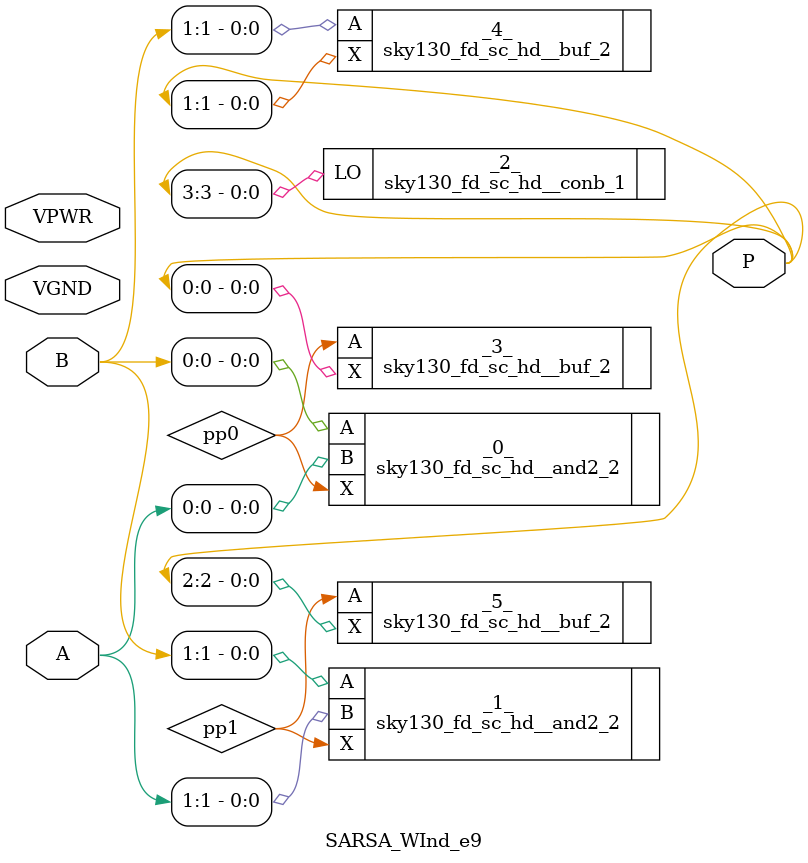
<source format=v>
module SARSA_WInd_e9 (A,
    B,
    P,
    VPWR,
    VGND);
 input [1:0] A;
 input [1:0] B;
 output [3:0] P;
 inout VPWR;
 inout VGND;

 wire pp0;
 wire pp1;

 sky130_fd_sc_hd__and2_2 _0_ (.A(B[0]),
    .B(A[0]),
    .X(pp0));
 sky130_fd_sc_hd__and2_2 _1_ (.A(B[1]),
    .B(A[1]),
    .X(pp1));
 sky130_fd_sc_hd__conb_1 _2_ (.LO(P[3]));
 sky130_fd_sc_hd__buf_2 _3_ (.A(pp0),
    .X(P[0]));
 sky130_fd_sc_hd__buf_2 _4_ (.A(B[1]),
    .X(P[1]));
 sky130_fd_sc_hd__buf_2 _5_ (.A(pp1),
    .X(P[2]));
 sky130_fd_sc_hd__decap_3 PHY_EDGE_ROW_0_Right_0 ();
 sky130_fd_sc_hd__decap_3 PHY_EDGE_ROW_1_Right_1 ();
 sky130_fd_sc_hd__decap_3 PHY_EDGE_ROW_2_Right_2 ();
 sky130_fd_sc_hd__decap_3 PHY_EDGE_ROW_3_Right_3 ();
 sky130_fd_sc_hd__decap_3 PHY_EDGE_ROW_4_Right_4 ();
 sky130_fd_sc_hd__decap_3 PHY_EDGE_ROW_5_Right_5 ();
 sky130_fd_sc_hd__decap_3 PHY_EDGE_ROW_6_Right_6 ();
 sky130_fd_sc_hd__decap_3 PHY_EDGE_ROW_7_Right_7 ();
 sky130_fd_sc_hd__decap_3 PHY_EDGE_ROW_8_Right_8 ();
 sky130_fd_sc_hd__decap_3 PHY_EDGE_ROW_9_Right_9 ();
 sky130_fd_sc_hd__decap_3 PHY_EDGE_ROW_0_Left_10 ();
 sky130_fd_sc_hd__decap_3 PHY_EDGE_ROW_1_Left_11 ();
 sky130_fd_sc_hd__decap_3 PHY_EDGE_ROW_2_Left_12 ();
 sky130_fd_sc_hd__decap_3 PHY_EDGE_ROW_3_Left_13 ();
 sky130_fd_sc_hd__decap_3 PHY_EDGE_ROW_4_Left_14 ();
 sky130_fd_sc_hd__decap_3 PHY_EDGE_ROW_5_Left_15 ();
 sky130_fd_sc_hd__decap_3 PHY_EDGE_ROW_6_Left_16 ();
 sky130_fd_sc_hd__decap_3 PHY_EDGE_ROW_7_Left_17 ();
 sky130_fd_sc_hd__decap_3 PHY_EDGE_ROW_8_Left_18 ();
 sky130_fd_sc_hd__decap_3 PHY_EDGE_ROW_9_Left_19 ();
 sky130_fd_sc_hd__tapvpwrvgnd_1 TAP_TAPCELL_ROW_0_20 ();
 sky130_fd_sc_hd__tapvpwrvgnd_1 TAP_TAPCELL_ROW_0_21 ();
 sky130_fd_sc_hd__tapvpwrvgnd_1 TAP_TAPCELL_ROW_1_22 ();
 sky130_fd_sc_hd__tapvpwrvgnd_1 TAP_TAPCELL_ROW_2_23 ();
 sky130_fd_sc_hd__tapvpwrvgnd_1 TAP_TAPCELL_ROW_3_24 ();
 sky130_fd_sc_hd__tapvpwrvgnd_1 TAP_TAPCELL_ROW_4_25 ();
 sky130_fd_sc_hd__tapvpwrvgnd_1 TAP_TAPCELL_ROW_5_26 ();
 sky130_fd_sc_hd__tapvpwrvgnd_1 TAP_TAPCELL_ROW_6_27 ();
 sky130_fd_sc_hd__tapvpwrvgnd_1 TAP_TAPCELL_ROW_7_28 ();
 sky130_fd_sc_hd__tapvpwrvgnd_1 TAP_TAPCELL_ROW_8_29 ();
 sky130_fd_sc_hd__tapvpwrvgnd_1 TAP_TAPCELL_ROW_9_30 ();
 sky130_fd_sc_hd__tapvpwrvgnd_1 TAP_TAPCELL_ROW_9_31 ();
endmodule

</source>
